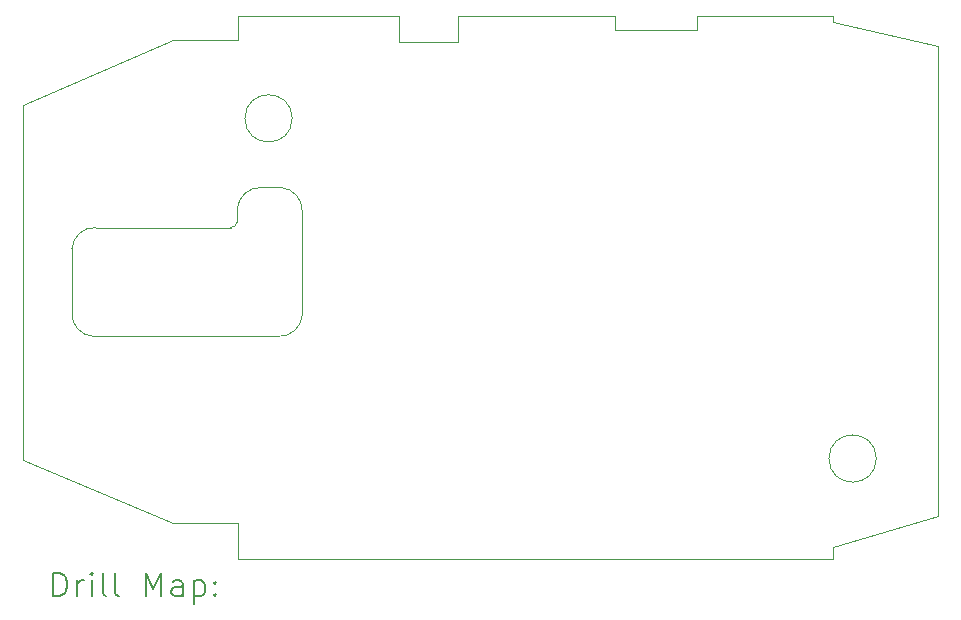
<source format=gbr>
%FSLAX45Y45*%
G04 Gerber Fmt 4.5, Leading zero omitted, Abs format (unit mm)*
G04 Created by KiCad (PCBNEW (5.99.0-8445-ge10025db64)) date 2022-07-11 22:43:38*
%MOMM*%
%LPD*%
G01*
G04 APERTURE LIST*
%TA.AperFunction,Profile*%
%ADD10C,0.100000*%
%TD*%
%ADD11C,0.200000*%
G04 APERTURE END LIST*
D10*
X5035618Y-13770000D02*
G75*
G03*
X4835000Y-13949752I-5434J-195765D01*
G01*
X8725000Y-12315000D02*
X9875000Y-12315000D01*
X6705000Y-12315000D02*
X8035000Y-12315000D01*
X4845000Y-12525000D02*
X4295000Y-12525000D01*
X4835000Y-14060000D02*
X4835000Y-13949752D01*
X9875000Y-16815000D02*
X10765000Y-16555000D01*
X5185495Y-15030000D02*
G75*
G03*
X5385000Y-14850000I8168J191509D01*
G01*
X3635000Y-14110000D02*
G75*
G03*
X3435000Y-14290000I-9528J-190525D01*
G01*
X4845000Y-12315000D02*
X6205000Y-12315000D01*
X8725000Y-12315000D02*
X8725000Y-12435000D01*
X4780000Y-14110000D02*
G75*
G03*
X4835000Y-14060000I1747J53328D01*
G01*
X4845000Y-16915000D02*
X4845000Y-16615000D01*
X4295000Y-12525000D02*
X3025000Y-13075000D01*
X9875000Y-12315000D02*
X9875000Y-12365000D01*
X8035000Y-12315000D02*
X8035000Y-12435000D01*
X9875000Y-16915000D02*
X9875000Y-16815000D01*
X3435000Y-14830495D02*
G75*
G03*
X3614451Y-15030000I190881J-8766D01*
G01*
X8035000Y-12435000D02*
X8725000Y-12435000D01*
X6205000Y-12535000D02*
X6705000Y-12535000D01*
X3635000Y-14110000D02*
X4780000Y-14110000D01*
X4845000Y-16615000D02*
X4295000Y-16615000D01*
X3435000Y-14830494D02*
X3435000Y-14290000D01*
X10765000Y-12575000D02*
X10765000Y-16555000D01*
X9875000Y-16915000D02*
X4845000Y-16915000D01*
X6705000Y-12315000D02*
X6705000Y-12535000D01*
X4295000Y-16615000D02*
X3025000Y-16075000D01*
X5385000Y-14850000D02*
X5385000Y-13970618D01*
X10245000Y-16065000D02*
G75*
G03*
X10245000Y-16065000I-200000J0D01*
G01*
X5385000Y-13970618D02*
G75*
G03*
X5205248Y-13770000I-196322J4935D01*
G01*
X3025000Y-16075000D02*
X3025000Y-13075000D01*
X5300000Y-13185000D02*
G75*
G03*
X5300000Y-13185000I-200000J0D01*
G01*
X6205000Y-12315000D02*
X6205000Y-12535000D01*
X4845000Y-12315000D02*
X4845000Y-12525000D01*
X9875000Y-12365000D02*
X10765000Y-12575000D01*
X5035619Y-13770000D02*
X5205248Y-13770000D01*
X5185494Y-15030000D02*
X3614451Y-15030000D01*
D11*
X3277619Y-17230476D02*
X3277619Y-17030476D01*
X3325238Y-17030476D01*
X3353809Y-17040000D01*
X3372857Y-17059048D01*
X3382381Y-17078095D01*
X3391905Y-17116190D01*
X3391905Y-17144762D01*
X3382381Y-17182857D01*
X3372857Y-17201905D01*
X3353809Y-17220952D01*
X3325238Y-17230476D01*
X3277619Y-17230476D01*
X3477619Y-17230476D02*
X3477619Y-17097143D01*
X3477619Y-17135238D02*
X3487143Y-17116190D01*
X3496667Y-17106667D01*
X3515714Y-17097143D01*
X3534762Y-17097143D01*
X3601428Y-17230476D02*
X3601428Y-17097143D01*
X3601428Y-17030476D02*
X3591905Y-17040000D01*
X3601428Y-17049524D01*
X3610952Y-17040000D01*
X3601428Y-17030476D01*
X3601428Y-17049524D01*
X3725238Y-17230476D02*
X3706190Y-17220952D01*
X3696667Y-17201905D01*
X3696667Y-17030476D01*
X3830000Y-17230476D02*
X3810952Y-17220952D01*
X3801428Y-17201905D01*
X3801428Y-17030476D01*
X4058571Y-17230476D02*
X4058571Y-17030476D01*
X4125238Y-17173333D01*
X4191905Y-17030476D01*
X4191905Y-17230476D01*
X4372857Y-17230476D02*
X4372857Y-17125714D01*
X4363333Y-17106667D01*
X4344286Y-17097143D01*
X4306190Y-17097143D01*
X4287143Y-17106667D01*
X4372857Y-17220952D02*
X4353810Y-17230476D01*
X4306190Y-17230476D01*
X4287143Y-17220952D01*
X4277619Y-17201905D01*
X4277619Y-17182857D01*
X4287143Y-17163810D01*
X4306190Y-17154286D01*
X4353810Y-17154286D01*
X4372857Y-17144762D01*
X4468095Y-17097143D02*
X4468095Y-17297143D01*
X4468095Y-17106667D02*
X4487143Y-17097143D01*
X4525238Y-17097143D01*
X4544286Y-17106667D01*
X4553810Y-17116190D01*
X4563333Y-17135238D01*
X4563333Y-17192381D01*
X4553810Y-17211429D01*
X4544286Y-17220952D01*
X4525238Y-17230476D01*
X4487143Y-17230476D01*
X4468095Y-17220952D01*
X4649048Y-17211429D02*
X4658571Y-17220952D01*
X4649048Y-17230476D01*
X4639524Y-17220952D01*
X4649048Y-17211429D01*
X4649048Y-17230476D01*
X4649048Y-17106667D02*
X4658571Y-17116190D01*
X4649048Y-17125714D01*
X4639524Y-17116190D01*
X4649048Y-17106667D01*
X4649048Y-17125714D01*
M02*

</source>
